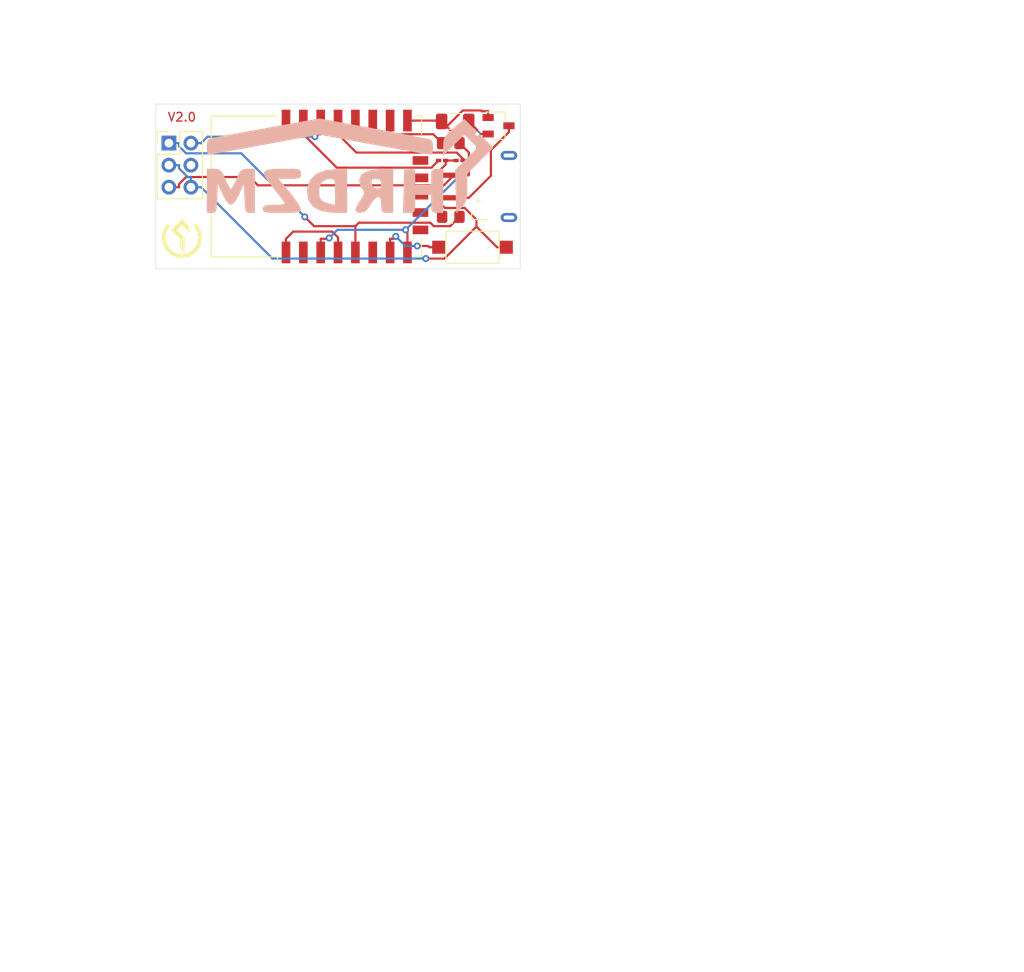
<source format=kicad_pcb>
(kicad_pcb (version 20171130) (host pcbnew "(5.1.9)-1")

  (general
    (thickness 1.6)
    (drawings 10)
    (tracks 115)
    (zones 0)
    (modules 12)
    (nets 24)
  )

  (page A4)
  (layers
    (0 F.Cu signal)
    (31 B.Cu signal)
    (32 B.Adhes user)
    (33 F.Adhes user)
    (34 B.Paste user)
    (35 F.Paste user)
    (36 B.SilkS user)
    (37 F.SilkS user)
    (38 B.Mask user)
    (39 F.Mask user)
    (40 Dwgs.User user)
    (41 Cmts.User user)
    (42 Eco1.User user)
    (43 Eco2.User user)
    (44 Edge.Cuts user)
    (45 Margin user)
    (46 B.CrtYd user)
    (47 F.CrtYd user)
    (48 B.Fab user)
    (49 F.Fab user)
  )

  (setup
    (last_trace_width 0.25)
    (trace_clearance 0.2)
    (zone_clearance 0.508)
    (zone_45_only no)
    (trace_min 0.2)
    (via_size 0.8)
    (via_drill 0.4)
    (via_min_size 0.4)
    (via_min_drill 0.3)
    (uvia_size 0.3)
    (uvia_drill 0.1)
    (uvias_allowed no)
    (uvia_min_size 0.2)
    (uvia_min_drill 0.1)
    (edge_width 0.05)
    (segment_width 0.2)
    (pcb_text_width 0.3)
    (pcb_text_size 1.5 1.5)
    (mod_edge_width 0.12)
    (mod_text_size 1 1)
    (mod_text_width 0.15)
    (pad_size 1.524 1.524)
    (pad_drill 0.762)
    (pad_to_mask_clearance 0)
    (aux_axis_origin 0 0)
    (visible_elements 7FFFFFFF)
    (pcbplotparams
      (layerselection 0x010fc_ffffffff)
      (usegerberextensions false)
      (usegerberattributes true)
      (usegerberadvancedattributes true)
      (creategerberjobfile true)
      (excludeedgelayer true)
      (linewidth 0.100000)
      (plotframeref false)
      (viasonmask false)
      (mode 1)
      (useauxorigin false)
      (hpglpennumber 1)
      (hpglpenspeed 20)
      (hpglpendiameter 15.000000)
      (psnegative false)
      (psa4output false)
      (plotreference true)
      (plotvalue true)
      (plotinvisibletext false)
      (padsonsilk false)
      (subtractmaskfromsilk false)
      (outputformat 1)
      (mirror false)
      (drillshape 1)
      (scaleselection 1)
      (outputdirectory ""))
  )

  (net 0 "")
  (net 1 +3V3)
  (net 2 "Net-(C2-Pad2)")
  (net 3 /GPIO3)
  (net 4 "Net-(J5-Pad1)")
  (net 5 "Net-(J7-Pad5)")
  (net 6 "Net-(J7-Pad4)")
  (net 7 "Net-(J7-Pad2)")
  (net 8 "Net-(J7-Pad1)")
  (net 9 "Net-(R1-Pad1)")
  (net 10 /GPIO4)
  (net 11 "Net-(SW1-Pad1)")
  (net 12 "Net-(U2-Pad1)")
  (net 13 "Net-(U2-Pad2)")
  (net 14 "Net-(U2-Pad6)")
  (net 15 "Net-(U2-Pad9)")
  (net 16 "Net-(U2-Pad10)")
  (net 17 "Net-(U2-Pad11)")
  (net 18 "Net-(U2-Pad12)")
  (net 19 "Net-(U2-Pad13)")
  (net 20 "Net-(U2-Pad14)")
  (net 21 "Net-(U2-Pad17)")
  (net 22 "Net-(U2-Pad18)")
  (net 23 "Net-(U2-Pad22)")

  (net_class Default "This is the default net class."
    (clearance 0.2)
    (trace_width 0.25)
    (via_dia 0.8)
    (via_drill 0.4)
    (uvia_dia 0.3)
    (uvia_drill 0.1)
    (add_net +3V3)
    (add_net /GPIO3)
    (add_net /GPIO4)
    (add_net "Net-(C2-Pad2)")
    (add_net "Net-(J5-Pad1)")
    (add_net "Net-(J7-Pad1)")
    (add_net "Net-(J7-Pad2)")
    (add_net "Net-(J7-Pad4)")
    (add_net "Net-(J7-Pad5)")
    (add_net "Net-(R1-Pad1)")
    (add_net "Net-(SW1-Pad1)")
    (add_net "Net-(U2-Pad1)")
    (add_net "Net-(U2-Pad10)")
    (add_net "Net-(U2-Pad11)")
    (add_net "Net-(U2-Pad12)")
    (add_net "Net-(U2-Pad13)")
    (add_net "Net-(U2-Pad14)")
    (add_net "Net-(U2-Pad17)")
    (add_net "Net-(U2-Pad18)")
    (add_net "Net-(U2-Pad2)")
    (add_net "Net-(U2-Pad22)")
    (add_net "Net-(U2-Pad6)")
    (add_net "Net-(U2-Pad9)")
  )

  (module "SHRDZM:SHRDZM 33x11" (layer B.Cu) (tedit 0) (tstamp 608FA065)
    (at 51 31.5 180)
    (fp_text reference G2 (at 0 0) (layer B.SilkS) hide
      (effects (font (size 1.524 1.524) (thickness 0.3)) (justify mirror))
    )
    (fp_text value LOGO (at 0.75 0) (layer B.SilkS) hide
      (effects (font (size 1.524 1.524) (thickness 0.3)) (justify mirror))
    )
    (fp_poly (pts (xy -11.834091 4.24028) (xy -11.189823 3.659697) (xy -10.826172 3.229197) (xy -10.663573 2.809819)
      (xy -10.622463 2.262601) (xy -10.621818 2.123008) (xy -10.621818 1.054867) (xy -11.839933 2.257851)
      (xy -13.058048 3.460834) (xy -13.801539 2.717343) (xy -14.545029 1.973852) (xy -13.267906 0.683262)
      (xy -11.990782 -0.607328) (xy -12.056755 -3.090599) (xy -12.122727 -5.573871) (xy -12.757727 -4.910209)
      (xy -13.100825 -4.500821) (xy -13.292543 -4.07639) (xy -13.37559 -3.484816) (xy -13.392727 -2.648614)
      (xy -13.392727 -1.05068) (xy -14.893628 0.461811) (xy -16.39453 1.974302) (xy -13.046364 5.289412)
      (xy -11.834091 4.24028)) (layer B.SilkS) (width 0.01))
    (fp_poly (pts (xy -9.484909 -0.498292) (xy -9.287451 -0.695944) (xy -9.237457 -1.187122) (xy -9.236364 -1.385454)
      (xy -9.236364 -2.309091) (xy -7.389091 -2.309091) (xy -7.389091 -1.370117) (xy -7.364956 -0.775193)
      (xy -7.233747 -0.521424) (xy -6.907262 -0.488531) (xy -6.754091 -0.504208) (xy -6.119091 -0.577272)
      (xy -6.053552 -3.059545) (xy -5.988012 -5.541818) (xy -6.688552 -5.541818) (xy -7.119278 -5.512352)
      (xy -7.32328 -5.340367) (xy -7.385084 -4.900487) (xy -7.389091 -4.502727) (xy -7.389091 -3.463636)
      (xy -9.236364 -3.463636) (xy -9.236364 -4.502727) (xy -9.256445 -5.14168) (xy -9.37239 -5.444309)
      (xy -9.667753 -5.535944) (xy -9.929091 -5.541818) (xy -10.621818 -5.541818) (xy -10.621818 -0.461818)
      (xy -9.929091 -0.461818) (xy -9.484909 -0.498292)) (layer B.SilkS) (width 0.01))
    (fp_poly (pts (xy -2.642837 -0.546235) (xy -1.764684 -0.776401) (xy -1.193038 -1.117685) (xy -1.105054 -1.226718)
      (xy -0.93439 -1.882505) (xy -1.127254 -2.569532) (xy -1.290102 -2.793121) (xy -1.491165 -3.07761)
      (xy -1.479224 -3.371679) (xy -1.227204 -3.825884) (xy -1.059193 -4.077178) (xy -0.615248 -4.812785)
      (xy -0.49648 -5.268546) (xy -0.704158 -5.493792) (xy -1.096818 -5.541194) (xy -1.58461 -5.436356)
      (xy -1.972164 -5.051108) (xy -2.193636 -4.67801) (xy -2.572771 -4.120334) (xy -2.957725 -3.777117)
      (xy -3.059545 -3.738066) (xy -3.321578 -3.769813) (xy -3.439795 -4.068632) (xy -3.463636 -4.60125)
      (xy -3.489728 -5.200492) (xy -3.632454 -5.469616) (xy -3.988494 -5.539887) (xy -4.156364 -5.541818)
      (xy -4.849091 -5.541818) (xy -4.849091 -2.209696) (xy -3.463636 -2.209696) (xy -3.388255 -2.642177)
      (xy -3.083953 -2.743785) (xy -2.944091 -2.729241) (xy -2.477274 -2.466292) (xy -2.350758 -2.135909)
      (xy -2.38173 -1.747837) (xy -2.711239 -1.621022) (xy -2.870304 -1.616363) (xy -3.316807 -1.70486)
      (xy -3.459257 -2.062941) (xy -3.463636 -2.209696) (xy -4.849091 -2.209696) (xy -4.849091 -0.461818)
      (xy -3.709578 -0.461818) (xy -2.642837 -0.546235)) (layer B.SilkS) (width 0.01))
    (fp_poly (pts (xy 1.443182 -0.463106) (xy 2.892018 -0.603587) (xy 3.980493 -1.017315) (xy 4.701492 -1.699123)
      (xy 5.0479 -2.64384) (xy 5.08 -3.104872) (xy 4.899507 -4.116709) (xy 4.354574 -4.8559)
      (xy 3.440015 -5.326202) (xy 2.150647 -5.53137) (xy 1.716786 -5.541818) (xy 0.461818 -5.541818)
      (xy 0.461818 -3.121672) (xy 1.847273 -3.121672) (xy 1.847273 -4.62698) (xy 2.482273 -4.475287)
      (xy 3.058327 -4.283473) (xy 3.405909 -4.09625) (xy 3.632366 -3.669201) (xy 3.681523 -3.027147)
      (xy 3.560684 -2.378403) (xy 3.331688 -1.97922) (xy 2.816415 -1.68904) (xy 2.408052 -1.616363)
      (xy 2.106819 -1.64469) (xy 1.938836 -1.799044) (xy 1.865337 -2.183485) (xy 1.847557 -2.902073)
      (xy 1.847273 -3.121672) (xy 0.461818 -3.121672) (xy 0.461818 -0.461818) (xy 1.443182 -0.463106)) (layer B.SilkS) (width 0.01))
    (fp_poly (pts (xy 9.012665 -0.486845) (xy 9.733746 -0.59657) (xy 10.04551 -0.842964) (xy 9.972067 -1.277993)
      (xy 9.537529 -1.953626) (xy 8.915182 -2.740129) (xy 8.337411 -3.461922) (xy 7.892447 -4.04747)
      (xy 7.647299 -4.407237) (xy 7.62 -4.470704) (xy 7.828873 -4.551485) (xy 8.367658 -4.605052)
      (xy 8.89 -4.618181) (xy 9.623931 -4.638226) (xy 10.006267 -4.724894) (xy 10.146455 -4.917981)
      (xy 10.16 -5.08) (xy 10.126875 -5.294643) (xy 9.970391 -5.43011) (xy 9.604881 -5.504437)
      (xy 8.944679 -5.535658) (xy 7.966364 -5.541818) (xy 6.940998 -5.533022) (xy 6.293239 -5.49612)
      (xy 5.93904 -5.415343) (xy 5.794356 -5.274919) (xy 5.772727 -5.130205) (xy 5.913733 -4.773596)
      (xy 6.289794 -4.178026) (xy 6.830471 -3.450873) (xy 7.060215 -3.167477) (xy 8.347703 -1.616363)
      (xy 7.060215 -1.616363) (xy 6.326626 -1.60185) (xy 5.942405 -1.524744) (xy 5.795266 -1.334701)
      (xy 5.772727 -1.039091) (xy 5.789188 -0.766199) (xy 5.897714 -0.596586) (xy 6.18702 -0.505696)
      (xy 6.745821 -0.468969) (xy 7.662833 -0.46185) (xy 7.858156 -0.461818) (xy 9.012665 -0.486845)) (layer B.SilkS) (width 0.01))
    (fp_poly (pts (xy 12.395429 -0.496136) (xy 12.712548 -0.670983) (xy 12.97747 -1.094195) (xy 13.205401 -1.616363)
      (xy 13.499891 -2.25622) (xy 13.747657 -2.675473) (xy 13.854545 -2.770909) (xy 14.029365 -2.576068)
      (xy 14.299208 -2.074721) (xy 14.50369 -1.616363) (xy 14.806606 -0.946186) (xy 15.073805 -0.602406)
      (xy 15.426784 -0.477186) (xy 15.804476 -0.461818) (xy 16.625455 -0.461818) (xy 16.625455 -5.541818)
      (xy 16.058298 -5.541818) (xy 15.764735 -5.515048) (xy 15.589308 -5.368948) (xy 15.494585 -5.004829)
      (xy 15.443132 -4.324002) (xy 15.423298 -3.867727) (xy 15.355455 -2.193636) (xy 14.807474 -3.405909)
      (xy 14.367728 -4.212638) (xy 13.976133 -4.590872) (xy 13.854545 -4.618181) (xy 13.483463 -4.393411)
      (xy 13.058569 -3.732945) (xy 12.901617 -3.405909) (xy 12.353636 -2.193636) (xy 12.285793 -3.867727)
      (xy 12.241738 -4.731043) (xy 12.171965 -5.231377) (xy 12.039041 -5.467418) (xy 11.805533 -5.537853)
      (xy 11.650793 -5.541818) (xy 11.083636 -5.541818) (xy 11.083636 -0.461818) (xy 11.904615 -0.461818)
      (xy 12.395429 -0.496136)) (layer B.SilkS) (width 0.01))
    (fp_poly (pts (xy 9.507674 4.282939) (xy 11.126873 3.989434) (xy 12.624181 3.716941) (xy 13.930633 3.478097)
      (xy 14.977259 3.28554) (xy 15.695094 3.151906) (xy 15.990455 3.095066) (xy 16.406115 2.953097)
      (xy 16.586503 2.656263) (xy 16.625455 2.059835) (xy 16.592207 1.488044) (xy 16.509347 1.174789)
      (xy 16.47846 1.154546) (xy 16.221645 1.194824) (xy 15.57016 1.308525) (xy 14.583428 1.484945)
      (xy 13.320871 1.713382) (xy 11.84191 1.983134) (xy 10.205968 2.283497) (xy 10.013005 2.319048)
      (xy 3.694545 3.483549) (xy -2.623915 2.319048) (xy -4.281064 2.015312) (xy -5.79457 1.741111)
      (xy -7.10359 1.507211) (xy -8.14728 1.324378) (xy -8.864797 1.203378) (xy -9.1953 1.154978)
      (xy -9.204824 1.154546) (xy -9.380197 1.357546) (xy -9.465563 1.857732) (xy -9.467273 1.9491)
      (xy -9.410457 2.521007) (xy -9.271728 2.861281) (xy -9.252347 2.876486) (xy -8.977171 2.951304)
      (xy -8.307694 3.096173) (xy -7.304101 3.299185) (xy -6.026578 3.548434) (xy -4.535311 3.83201)
      (xy -2.890485 4.138006) (xy -2.688764 4.175094) (xy 3.659894 5.34087) (xy 9.507674 4.282939)) (layer B.SilkS) (width 0.01))
  )

  (module "SHRDZM:SHRDZM Symbol 5x5" (layer F.Cu) (tedit 0) (tstamp 608F9F5C)
    (at 31.5 40)
    (fp_text reference G1 (at 0 0) (layer F.SilkS) hide
      (effects (font (size 1.524 1.524) (thickness 0.3)))
    )
    (fp_text value LOGO (at 0.75 0) (layer F.SilkS) hide
      (effects (font (size 1.524 1.524) (thickness 0.3)))
    )
    (fp_poly (pts (xy -1.506686 -1.625883) (xy -1.503334 -1.622852) (xy -1.398724 -1.505223) (xy -1.412956 -1.400282)
      (xy -1.469728 -1.316374) (xy -1.75387 -0.815712) (xy -1.886962 -0.30033) (xy -1.870112 0.211618)
      (xy -1.704429 0.701978) (xy -1.391021 1.152595) (xy -1.314082 1.233002) (xy -0.864498 1.5863)
      (xy -0.389162 1.785985) (xy 0.097619 1.832058) (xy 0.581538 1.724518) (xy 1.048286 1.463366)
      (xy 1.314081 1.233002) (xy 1.655709 0.792086) (xy 1.849824 0.307945) (xy 1.895319 -0.201268)
      (xy 1.791085 -0.717399) (xy 1.536013 -1.222293) (xy 1.469727 -1.316374) (xy 1.392661 -1.44994)
      (xy 1.429417 -1.550408) (xy 1.503333 -1.622852) (xy 1.595643 -1.694892) (xy 1.669653 -1.693628)
      (xy 1.758787 -1.598696) (xy 1.896469 -1.389728) (xy 1.903109 -1.379261) (xy 2.154504 -0.894106)
      (xy 2.275576 -0.412973) (xy 2.281585 0.121397) (xy 2.159228 0.698) (xy 1.896881 1.216996)
      (xy 1.509151 1.656847) (xy 1.010647 1.996013) (xy 1.009923 1.996385) (xy 0.657971 2.119791)
      (xy 0.226438 2.189529) (xy -0.218985 2.201228) (xy -0.612607 2.150515) (xy -0.738348 2.112708)
      (xy -1.277564 1.834626) (xy -1.717995 1.449179) (xy -2.044617 0.977102) (xy -2.242407 0.439127)
      (xy -2.297949 -0.039688) (xy -2.260217 -0.53047) (xy -2.125067 -0.969971) (xy -1.902146 -1.380781)
      (xy -1.762284 -1.59393) (xy -1.672115 -1.692258) (xy -1.598096 -1.696122) (xy -1.506686 -1.625883)) (layer F.SilkS) (width 0.01))
    (fp_poly (pts (xy 0.436196 -1.825987) (xy 0.66022 -1.596669) (xy 0.791224 -1.429677) (xy 0.853769 -1.280676)
      (xy 0.872417 -1.105331) (xy 0.873125 -1.037298) (xy 0.873125 -0.680111) (xy 0.43736 -1.110462)
      (xy 0.001596 -1.540814) (xy -0.278011 -1.269809) (xy -0.557617 -0.998804) (xy 0.322975 -0.108926)
      (xy 0.300394 0.784464) (xy 0.277812 1.677854) (xy 0.059531 1.44974) (xy -0.057965 1.309741)
      (xy -0.123848 1.16476) (xy -0.15261 0.9629) (xy -0.15875 0.668051) (xy -0.15875 0.114476)
      (xy -0.674688 -0.396875) (xy -0.902046 -0.630826) (xy -1.078259 -0.828545) (xy -1.177694 -0.960471)
      (xy -1.190625 -0.991882) (xy -1.137382 -1.079261) (xy -0.993484 -1.249778) (xy -0.782674 -1.476507)
      (xy -0.595679 -1.666512) (xy -0.000732 -2.257487) (xy 0.436196 -1.825987)) (layer F.SilkS) (width 0.01))
  )

  (module Connector_PinHeader_2.54mm:PinHeader_2x03_P2.54mm_Vertical (layer F.Cu) (tedit 59FED5CC) (tstamp 608F1D65)
    (at 30 29)
    (descr "Through hole straight pin header, 2x03, 2.54mm pitch, double rows")
    (tags "Through hole pin header THT 2x03 2.54mm double row")
    (path /6072674D)
    (fp_text reference J7 (at 1.27 -2.33) (layer F.SilkS) hide
      (effects (font (size 1 1) (thickness 0.15)))
    )
    (fp_text value RJ12 (at 1.27 7.41) (layer F.Fab)
      (effects (font (size 1 1) (thickness 0.15)))
    )
    (fp_text user %R (at 1.27 2.54 90) (layer F.Fab)
      (effects (font (size 1 1) (thickness 0.15)))
    )
    (fp_line (start 0 -1.27) (end 3.81 -1.27) (layer F.Fab) (width 0.1))
    (fp_line (start 3.81 -1.27) (end 3.81 6.35) (layer F.Fab) (width 0.1))
    (fp_line (start 3.81 6.35) (end -1.27 6.35) (layer F.Fab) (width 0.1))
    (fp_line (start -1.27 6.35) (end -1.27 0) (layer F.Fab) (width 0.1))
    (fp_line (start -1.27 0) (end 0 -1.27) (layer F.Fab) (width 0.1))
    (fp_line (start -1.33 6.41) (end 3.87 6.41) (layer F.SilkS) (width 0.12))
    (fp_line (start -1.33 1.27) (end -1.33 6.41) (layer F.SilkS) (width 0.12))
    (fp_line (start 3.87 -1.33) (end 3.87 6.41) (layer F.SilkS) (width 0.12))
    (fp_line (start -1.33 1.27) (end 1.27 1.27) (layer F.SilkS) (width 0.12))
    (fp_line (start 1.27 1.27) (end 1.27 -1.33) (layer F.SilkS) (width 0.12))
    (fp_line (start 1.27 -1.33) (end 3.87 -1.33) (layer F.SilkS) (width 0.12))
    (fp_line (start -1.33 0) (end -1.33 -1.33) (layer F.SilkS) (width 0.12))
    (fp_line (start -1.33 -1.33) (end 0 -1.33) (layer F.SilkS) (width 0.12))
    (fp_line (start -1.8 -1.8) (end -1.8 6.85) (layer F.CrtYd) (width 0.05))
    (fp_line (start -1.8 6.85) (end 4.35 6.85) (layer F.CrtYd) (width 0.05))
    (fp_line (start 4.35 6.85) (end 4.35 -1.8) (layer F.CrtYd) (width 0.05))
    (fp_line (start 4.35 -1.8) (end -1.8 -1.8) (layer F.CrtYd) (width 0.05))
    (pad 6 thru_hole oval (at 2.54 5.08) (size 1.7 1.7) (drill 1) (layers *.Cu *.Mask)
      (net 2 "Net-(C2-Pad2)"))
    (pad 5 thru_hole oval (at 0 5.08) (size 1.7 1.7) (drill 1) (layers *.Cu *.Mask)
      (net 5 "Net-(J7-Pad5)"))
    (pad 4 thru_hole oval (at 2.54 2.54) (size 1.7 1.7) (drill 1) (layers *.Cu *.Mask)
      (net 6 "Net-(J7-Pad4)"))
    (pad 3 thru_hole oval (at 0 2.54) (size 1.7 1.7) (drill 1) (layers *.Cu *.Mask)
      (net 2 "Net-(C2-Pad2)"))
    (pad 2 thru_hole oval (at 2.54 0) (size 1.7 1.7) (drill 1) (layers *.Cu *.Mask)
      (net 7 "Net-(J7-Pad2)"))
    (pad 1 thru_hole rect (at 0 0) (size 1.7 1.7) (drill 1) (layers *.Cu *.Mask)
      (net 8 "Net-(J7-Pad1)"))
    (model ${KISYS3DMOD}/Connector_PinHeader_2.54mm.3dshapes/PinHeader_2x03_P2.54mm_Vertical.wrl
      (at (xyz 0 0 0))
      (scale (xyz 1 1 1))
      (rotate (xyz 0 0 0))
    )
  )

  (module Capacitor_SMD:C_1206_3216Metric_Pad1.33x1.80mm_HandSolder (layer F.Cu) (tedit 5F68FEEF) (tstamp 608F1D2C)
    (at 63 26.5 180)
    (descr "Capacitor SMD 1206 (3216 Metric), square (rectangular) end terminal, IPC_7351 nominal with elongated pad for handsoldering. (Body size source: IPC-SM-782 page 76, https://www.pcb-3d.com/wordpress/wp-content/uploads/ipc-sm-782a_amendment_1_and_2.pdf), generated with kicad-footprint-generator")
    (tags "capacitor handsolder")
    (path /606A2AB1)
    (attr smd)
    (fp_text reference C2 (at 0 -1.85) (layer F.SilkS) hide
      (effects (font (size 1 1) (thickness 0.15)))
    )
    (fp_text value 100nF (at 0 1.85) (layer F.Fab) hide
      (effects (font (size 1 1) (thickness 0.15)))
    )
    (fp_line (start 2.48 1.15) (end -2.48 1.15) (layer F.CrtYd) (width 0.05))
    (fp_line (start 2.48 -1.15) (end 2.48 1.15) (layer F.CrtYd) (width 0.05))
    (fp_line (start -2.48 -1.15) (end 2.48 -1.15) (layer F.CrtYd) (width 0.05))
    (fp_line (start -2.48 1.15) (end -2.48 -1.15) (layer F.CrtYd) (width 0.05))
    (fp_line (start -0.711252 0.91) (end 0.711252 0.91) (layer F.SilkS) (width 0.12))
    (fp_line (start -0.711252 -0.91) (end 0.711252 -0.91) (layer F.SilkS) (width 0.12))
    (fp_line (start 1.6 0.8) (end -1.6 0.8) (layer F.Fab) (width 0.1))
    (fp_line (start 1.6 -0.8) (end 1.6 0.8) (layer F.Fab) (width 0.1))
    (fp_line (start -1.6 -0.8) (end 1.6 -0.8) (layer F.Fab) (width 0.1))
    (fp_line (start -1.6 0.8) (end -1.6 -0.8) (layer F.Fab) (width 0.1))
    (fp_text user %R (at 0 0) (layer F.Fab)
      (effects (font (size 0.8 0.8) (thickness 0.12)))
    )
    (pad 1 smd roundrect (at -1.5625 0 180) (size 1.325 1.8) (layers F.Cu F.Paste F.Mask) (roundrect_rratio 0.188679)
      (net 1 +3V3))
    (pad 2 smd roundrect (at 1.5625 0 180) (size 1.325 1.8) (layers F.Cu F.Paste F.Mask) (roundrect_rratio 0.188679)
      (net 2 "Net-(C2-Pad2)"))
    (model ${KISYS3DMOD}/Capacitor_SMD.3dshapes/C_1206_3216Metric.wrl
      (at (xyz 0 0 0))
      (scale (xyz 1 1 1))
      (rotate (xyz 0 0 0))
    )
  )

  (module SHRDZM:USB_Micro-B_Power (layer F.Cu) (tedit 6055B067) (tstamp 608F1D4B)
    (at 68 34 90)
    (tags "Micro-USB Power")
    (path /606C9F07)
    (attr smd)
    (fp_text reference J5 (at 0.05 -7.3 90) (layer F.SilkS) hide
      (effects (font (size 1 1) (thickness 0.15)))
    )
    (fp_text value USB_B_Micro_Power (at 0 5.2 90) (layer F.Fab)
      (effects (font (size 1 1) (thickness 0.15)))
    )
    (fp_line (start -4.6 4.45) (end 4.6 4.45) (layer F.CrtYd) (width 0.05))
    (fp_line (start 4.6 -2.65) (end 4.6 4.45) (layer F.CrtYd) (width 0.05))
    (fp_line (start -4.6 -2.65) (end 4.6 -2.65) (layer F.CrtYd) (width 0.05))
    (fp_line (start -4.6 4.45) (end -4.6 -2.65) (layer F.CrtYd) (width 0.05))
    (fp_line (start -3.7 -3.1) (end -3.04 -3.1) (layer F.SilkS) (width 0.12))
    (fp_line (start -3.81 -1.37) (end -3.81 -3.1) (layer F.SilkS) (width 0.12))
    (fp_line (start 3.81 2.59) (end 3.81 2.38) (layer F.SilkS) (width 0.12))
    (fp_line (start 3.7 3.95) (end 3.7 -1.6) (layer F.Fab) (width 0.1))
    (fp_line (start -3 2.65) (end 3 2.65) (layer F.Fab) (width 0.1))
    (fp_line (start -3.7 3.95) (end 3.7 3.95) (layer F.Fab) (width 0.1))
    (fp_line (start -3.7 -1.6) (end 3.7 -1.6) (layer F.Fab) (width 0.1))
    (fp_line (start -3.7 3.95) (end -3.7 -1.6) (layer F.Fab) (width 0.1))
    (fp_line (start -3.81 2.59) (end -3.81 2.38) (layer F.SilkS) (width 0.12))
    (fp_line (start 3.81 -1.37) (end 3.81 -3.1) (layer F.SilkS) (width 0.12))
    (fp_line (start 3.775 -3.1) (end 3.125 -3.1) (layer F.SilkS) (width 0.12))
    (fp_line (start -1.76 -2.41) (end -1.31 -2.41) (layer F.SilkS) (width 0.12))
    (fp_line (start -1.76 -2.41) (end -1.76 -2.02) (layer F.SilkS) (width 0.12))
    (fp_line (start -1.3 -1.75) (end -1.5 -1.95) (layer F.Fab) (width 0.1))
    (fp_line (start -1.1 -1.95) (end -1.3 -1.75) (layer F.Fab) (width 0.1))
    (fp_line (start -1.5 -2.16) (end -1.1 -2.16) (layer F.Fab) (width 0.1))
    (fp_line (start -1.5 -2.16) (end -1.5 -1.95) (layer F.Fab) (width 0.1))
    (fp_line (start -1.1 -2.16) (end -1.1 -1.95) (layer F.Fab) (width 0.1))
    (fp_text user %R (at 0 0.85 90) (layer F.Fab)
      (effects (font (size 1 1) (thickness 0.15)))
    )
    (pad "" thru_hole oval (at 3.575 1.2 90) (size 1.05 1.9) (drill oval 0.45 1.25) (layers *.Cu *.Mask))
    (pad "" thru_hole oval (at -3.575 1.2 270) (size 1.05 1.9) (drill oval 0.45 1.25) (layers *.Cu *.Mask))
    (pad 5 smd rect (at 1.3 -5.15 90) (size 0.6 2.8) (layers F.Cu F.Paste F.Mask)
      (net 2 "Net-(C2-Pad2)"))
    (pad 1 smd rect (at -1.3 -5.15 90) (size 0.6 2.8) (layers F.Cu F.Paste F.Mask)
      (net 4 "Net-(J5-Pad1)"))
    (model C:/Users/Erich/Nextcloud/Diverses/KiCAD/model/USB_Micro-B_Power.wrl
      (at (xyz 0 0 0))
      (scale (xyz 1 1 1))
      (rotate (xyz 0 0 0))
    )
  )

  (module Resistor_SMD:R_0201_0603Metric_Pad0.64x0.40mm_HandSolder (layer F.Cu) (tedit 5F6BB9E0) (tstamp 608F1D76)
    (at 61.5 31 180)
    (descr "Resistor SMD 0201 (0603 Metric), square (rectangular) end terminal, IPC_7351 nominal with elongated pad for handsoldering. (Body size source: https://www.vishay.com/docs/20052/crcw0201e3.pdf), generated with kicad-footprint-generator")
    (tags "resistor handsolder")
    (path /606C9BA3)
    (attr smd)
    (fp_text reference P3 (at 0 -1.05) (layer F.SilkS) hide
      (effects (font (size 1 1) (thickness 0.15)))
    )
    (fp_text value 0R (at 0 1.05) (layer F.Fab)
      (effects (font (size 1 1) (thickness 0.15)))
    )
    (fp_line (start 0.88 0.35) (end -0.88 0.35) (layer F.CrtYd) (width 0.05))
    (fp_line (start 0.88 -0.35) (end 0.88 0.35) (layer F.CrtYd) (width 0.05))
    (fp_line (start -0.88 -0.35) (end 0.88 -0.35) (layer F.CrtYd) (width 0.05))
    (fp_line (start -0.88 0.35) (end -0.88 -0.35) (layer F.CrtYd) (width 0.05))
    (fp_line (start 0.3 0.15) (end -0.3 0.15) (layer F.Fab) (width 0.1))
    (fp_line (start 0.3 -0.15) (end 0.3 0.15) (layer F.Fab) (width 0.1))
    (fp_line (start -0.3 -0.15) (end 0.3 -0.15) (layer F.Fab) (width 0.1))
    (fp_line (start -0.3 0.15) (end -0.3 -0.15) (layer F.Fab) (width 0.1))
    (fp_text user %R (at 0 -0.68) (layer F.Fab)
      (effects (font (size 0.25 0.25) (thickness 0.04)))
    )
    (pad "" smd roundrect (at -0.4325 0 180) (size 0.458 0.36) (layers F.Paste) (roundrect_rratio 0.25))
    (pad "" smd roundrect (at 0.4325 0 180) (size 0.458 0.36) (layers F.Paste) (roundrect_rratio 0.25))
    (pad 1 smd roundrect (at -0.4075 0 180) (size 0.635 0.4) (layers F.Cu F.Mask) (roundrect_rratio 0.25)
      (net 5 "Net-(J7-Pad5)"))
    (pad 2 smd roundrect (at 0.4075 0 180) (size 0.635 0.4) (layers F.Cu F.Mask) (roundrect_rratio 0.25)
      (net 3 /GPIO3))
    (model ${KISYS3DMOD}/Resistor_SMD.3dshapes/R_0201_0603Metric.wrl
      (at (xyz 0 0 0))
      (scale (xyz 1 1 1))
      (rotate (xyz 0 0 0))
    )
  )

  (module Resistor_SMD:R_0201_0603Metric_Pad0.64x0.40mm_HandSolder (layer F.Cu) (tedit 5F6BB9E0) (tstamp 608F1D87)
    (at 63.5 31)
    (descr "Resistor SMD 0201 (0603 Metric), square (rectangular) end terminal, IPC_7351 nominal with elongated pad for handsoldering. (Body size source: https://www.vishay.com/docs/20052/crcw0201e3.pdf), generated with kicad-footprint-generator")
    (tags "resistor handsolder")
    (path /60715416)
    (attr smd)
    (fp_text reference P4 (at 0 -1.05) (layer F.SilkS) hide
      (effects (font (size 1 1) (thickness 0.15)))
    )
    (fp_text value 0R (at 0 1.05) (layer F.Fab)
      (effects (font (size 1 1) (thickness 0.15)))
    )
    (fp_text user %R (at 0 -0.68) (layer F.Fab)
      (effects (font (size 0.25 0.25) (thickness 0.04)))
    )
    (fp_line (start -0.3 0.15) (end -0.3 -0.15) (layer F.Fab) (width 0.1))
    (fp_line (start -0.3 -0.15) (end 0.3 -0.15) (layer F.Fab) (width 0.1))
    (fp_line (start 0.3 -0.15) (end 0.3 0.15) (layer F.Fab) (width 0.1))
    (fp_line (start 0.3 0.15) (end -0.3 0.15) (layer F.Fab) (width 0.1))
    (fp_line (start -0.88 0.35) (end -0.88 -0.35) (layer F.CrtYd) (width 0.05))
    (fp_line (start -0.88 -0.35) (end 0.88 -0.35) (layer F.CrtYd) (width 0.05))
    (fp_line (start 0.88 -0.35) (end 0.88 0.35) (layer F.CrtYd) (width 0.05))
    (fp_line (start 0.88 0.35) (end -0.88 0.35) (layer F.CrtYd) (width 0.05))
    (pad 2 smd roundrect (at 0.4075 0) (size 0.635 0.4) (layers F.Cu F.Mask) (roundrect_rratio 0.25)
      (net 10 /GPIO4))
    (pad 1 smd roundrect (at -0.4075 0) (size 0.635 0.4) (layers F.Cu F.Mask) (roundrect_rratio 0.25)
      (net 5 "Net-(J7-Pad5)"))
    (pad "" smd roundrect (at 0.4325 0) (size 0.458 0.36) (layers F.Paste) (roundrect_rratio 0.25))
    (pad "" smd roundrect (at -0.4325 0) (size 0.458 0.36) (layers F.Paste) (roundrect_rratio 0.25))
    (model ${KISYS3DMOD}/Resistor_SMD.3dshapes/R_0201_0603Metric.wrl
      (at (xyz 0 0 0))
      (scale (xyz 1 1 1))
      (rotate (xyz 0 0 0))
    )
  )

  (module Resistor_SMD:R_0805_2012Metric_Pad1.20x1.40mm_HandSolder (layer F.Cu) (tedit 5F68FEEE) (tstamp 608F1D98)
    (at 62.5 29)
    (descr "Resistor SMD 0805 (2012 Metric), square (rectangular) end terminal, IPC_7351 nominal with elongated pad for handsoldering. (Body size source: IPC-SM-782 page 72, https://www.pcb-3d.com/wordpress/wp-content/uploads/ipc-sm-782a_amendment_1_and_2.pdf), generated with kicad-footprint-generator")
    (tags "resistor handsolder")
    (path /606E8C66)
    (attr smd)
    (fp_text reference R1 (at 0 -1.65) (layer F.SilkS) hide
      (effects (font (size 1 1) (thickness 0.15)))
    )
    (fp_text value 10k (at 0 1.65) (layer F.Fab)
      (effects (font (size 1 1) (thickness 0.15)))
    )
    (fp_text user %R (at 0 0) (layer F.Fab)
      (effects (font (size 0.5 0.5) (thickness 0.08)))
    )
    (fp_line (start -1 0.625) (end -1 -0.625) (layer F.Fab) (width 0.1))
    (fp_line (start -1 -0.625) (end 1 -0.625) (layer F.Fab) (width 0.1))
    (fp_line (start 1 -0.625) (end 1 0.625) (layer F.Fab) (width 0.1))
    (fp_line (start 1 0.625) (end -1 0.625) (layer F.Fab) (width 0.1))
    (fp_line (start -0.227064 -0.735) (end 0.227064 -0.735) (layer F.SilkS) (width 0.12))
    (fp_line (start -0.227064 0.735) (end 0.227064 0.735) (layer F.SilkS) (width 0.12))
    (fp_line (start -1.85 0.95) (end -1.85 -0.95) (layer F.CrtYd) (width 0.05))
    (fp_line (start -1.85 -0.95) (end 1.85 -0.95) (layer F.CrtYd) (width 0.05))
    (fp_line (start 1.85 -0.95) (end 1.85 0.95) (layer F.CrtYd) (width 0.05))
    (fp_line (start 1.85 0.95) (end -1.85 0.95) (layer F.CrtYd) (width 0.05))
    (pad 2 smd roundrect (at 1 0) (size 1.2 1.4) (layers F.Cu F.Paste F.Mask) (roundrect_rratio 0.208333)
      (net 2 "Net-(C2-Pad2)"))
    (pad 1 smd roundrect (at -1 0) (size 1.2 1.4) (layers F.Cu F.Paste F.Mask) (roundrect_rratio 0.208333)
      (net 9 "Net-(R1-Pad1)"))
    (model ${KISYS3DMOD}/Resistor_SMD.3dshapes/R_0805_2012Metric.wrl
      (at (xyz 0 0 0))
      (scale (xyz 1 1 1))
      (rotate (xyz 0 0 0))
    )
  )

  (module Resistor_SMD:R_0805_2012Metric_Pad1.20x1.40mm_HandSolder (layer F.Cu) (tedit 5F68FEEE) (tstamp 608F1DA9)
    (at 62.5 37.5 180)
    (descr "Resistor SMD 0805 (2012 Metric), square (rectangular) end terminal, IPC_7351 nominal with elongated pad for handsoldering. (Body size source: IPC-SM-782 page 72, https://www.pcb-3d.com/wordpress/wp-content/uploads/ipc-sm-782a_amendment_1_and_2.pdf), generated with kicad-footprint-generator")
    (tags "resistor handsolder")
    (path /606AFBFE)
    (attr smd)
    (fp_text reference R5 (at 0 -1.65) (layer F.SilkS) hide
      (effects (font (size 1 1) (thickness 0.15)))
    )
    (fp_text value 10k (at 0 1.65) (layer F.Fab) hide
      (effects (font (size 1 1) (thickness 0.15)))
    )
    (fp_line (start 1.85 0.95) (end -1.85 0.95) (layer F.CrtYd) (width 0.05))
    (fp_line (start 1.85 -0.95) (end 1.85 0.95) (layer F.CrtYd) (width 0.05))
    (fp_line (start -1.85 -0.95) (end 1.85 -0.95) (layer F.CrtYd) (width 0.05))
    (fp_line (start -1.85 0.95) (end -1.85 -0.95) (layer F.CrtYd) (width 0.05))
    (fp_line (start -0.227064 0.735) (end 0.227064 0.735) (layer F.SilkS) (width 0.12))
    (fp_line (start -0.227064 -0.735) (end 0.227064 -0.735) (layer F.SilkS) (width 0.12))
    (fp_line (start 1 0.625) (end -1 0.625) (layer F.Fab) (width 0.1))
    (fp_line (start 1 -0.625) (end 1 0.625) (layer F.Fab) (width 0.1))
    (fp_line (start -1 -0.625) (end 1 -0.625) (layer F.Fab) (width 0.1))
    (fp_line (start -1 0.625) (end -1 -0.625) (layer F.Fab) (width 0.1))
    (fp_text user %R (at 0 0) (layer F.Fab)
      (effects (font (size 0.5 0.5) (thickness 0.08)))
    )
    (pad 1 smd roundrect (at -1 0 180) (size 1.2 1.4) (layers F.Cu F.Paste F.Mask) (roundrect_rratio 0.208333)
      (net 8 "Net-(J7-Pad1)"))
    (pad 2 smd roundrect (at 1 0 180) (size 1.2 1.4) (layers F.Cu F.Paste F.Mask) (roundrect_rratio 0.208333)
      (net 5 "Net-(J7-Pad5)"))
    (model ${KISYS3DMOD}/Resistor_SMD.3dshapes/R_0805_2012Metric.wrl
      (at (xyz 0 0 0))
      (scale (xyz 1 1 1))
      (rotate (xyz 0 0 0))
    )
  )

  (module Button_Switch_SMD:SW_SPST_CK_RS282G05A3 (layer F.Cu) (tedit 5A7A67D2) (tstamp 608F1DC4)
    (at 65 41)
    (descr https://www.mouser.com/ds/2/60/RS-282G05A-SM_RT-1159762.pdf)
    (tags "SPST button tactile switch")
    (path /606B9AF3)
    (attr smd)
    (fp_text reference SW1 (at 0 -2.6) (layer F.SilkS) hide
      (effects (font (size 1 1) (thickness 0.15)))
    )
    (fp_text value Pairing (at 0 3) (layer F.Fab) hide
      (effects (font (size 1 1) (thickness 0.15)))
    )
    (fp_line (start 3 -1.8) (end 3 1.8) (layer F.Fab) (width 0.1))
    (fp_line (start -3 -1.8) (end -3 1.8) (layer F.Fab) (width 0.1))
    (fp_line (start -3 -1.8) (end 3 -1.8) (layer F.Fab) (width 0.1))
    (fp_line (start -3 1.8) (end 3 1.8) (layer F.Fab) (width 0.1))
    (fp_line (start -1.5 -0.8) (end -1.5 0.8) (layer F.Fab) (width 0.1))
    (fp_line (start 1.5 -0.8) (end 1.5 0.8) (layer F.Fab) (width 0.1))
    (fp_line (start -1.5 -0.8) (end 1.5 -0.8) (layer F.Fab) (width 0.1))
    (fp_line (start -1.5 0.8) (end 1.5 0.8) (layer F.Fab) (width 0.1))
    (fp_line (start -3.06 1.85) (end -3.06 -1.85) (layer F.SilkS) (width 0.12))
    (fp_line (start 3.06 1.85) (end -3.06 1.85) (layer F.SilkS) (width 0.12))
    (fp_line (start 3.06 -1.85) (end 3.06 1.85) (layer F.SilkS) (width 0.12))
    (fp_line (start -3.06 -1.85) (end 3.06 -1.85) (layer F.SilkS) (width 0.12))
    (fp_line (start -1.75 1) (end -1.75 -1) (layer F.Fab) (width 0.1))
    (fp_line (start 1.75 1) (end -1.75 1) (layer F.Fab) (width 0.1))
    (fp_line (start 1.75 -1) (end 1.75 1) (layer F.Fab) (width 0.1))
    (fp_line (start -1.75 -1) (end 1.75 -1) (layer F.Fab) (width 0.1))
    (fp_line (start -4.9 -2.05) (end 4.9 -2.05) (layer F.CrtYd) (width 0.05))
    (fp_line (start 4.9 -2.05) (end 4.9 2.05) (layer F.CrtYd) (width 0.05))
    (fp_line (start 4.9 2.05) (end -4.9 2.05) (layer F.CrtYd) (width 0.05))
    (fp_line (start -4.9 2.05) (end -4.9 -2.05) (layer F.CrtYd) (width 0.05))
    (fp_text user %R (at 0 -2.6) (layer F.Fab) hide
      (effects (font (size 1 1) (thickness 0.15)))
    )
    (pad 1 smd rect (at -3.9 0) (size 1.5 1.5) (layers F.Cu F.Paste F.Mask)
      (net 11 "Net-(SW1-Pad1)"))
    (pad 2 smd rect (at 3.9 0) (size 1.5 1.5) (layers F.Cu F.Paste F.Mask)
      (net 2 "Net-(C2-Pad2)"))
    (model ${KISYS3DMOD}/Button_Switch_SMD.3dshapes/SW_SPST_CK_RS282G05A3.wrl
      (at (xyz 0 0 0))
      (scale (xyz 1 1 1))
      (rotate (xyz 0 0 0))
    )
  )

  (module ErichCollection:SOT-23_Handsoldering (layer F.Cu) (tedit 6069DCAE) (tstamp 608F1DD9)
    (at 68 27)
    (descr "SOT-23, Standard")
    (tags SOT-23)
    (path /6069E07A)
    (attr smd)
    (fp_text reference U1 (at 0 -2.5) (layer F.SilkS) hide
      (effects (font (size 1 1) (thickness 0.15)))
    )
    (fp_text value MCP1700-3302E_SOT23 (at 0 2.5) (layer F.Fab)
      (effects (font (size 1 1) (thickness 0.15)))
    )
    (fp_line (start -0.7 -0.95) (end -0.7 1.5) (layer F.Fab) (width 0.1))
    (fp_line (start -0.15 -1.52) (end 0.7 -1.52) (layer F.Fab) (width 0.1))
    (fp_line (start -0.7 -0.95) (end -0.15 -1.52) (layer F.Fab) (width 0.1))
    (fp_line (start 0.7 -1.52) (end 0.7 1.52) (layer F.Fab) (width 0.1))
    (fp_line (start -0.7 1.52) (end 0.7 1.52) (layer F.Fab) (width 0.1))
    (fp_line (start 0.76 1.58) (end 0.76 0.65) (layer F.SilkS) (width 0.12))
    (fp_line (start 0.76 -1.58) (end 0.76 -0.65) (layer F.SilkS) (width 0.12))
    (fp_line (start -1.7 -1.75) (end 1.7 -1.75) (layer F.CrtYd) (width 0.05))
    (fp_line (start 1.7 -1.75) (end 1.7 1.75) (layer F.CrtYd) (width 0.05))
    (fp_line (start 1.7 1.75) (end -1.7 1.75) (layer F.CrtYd) (width 0.05))
    (fp_line (start -1.7 1.75) (end -1.7 -1.75) (layer F.CrtYd) (width 0.05))
    (fp_line (start 0.76 -1.58) (end -1.4 -1.58) (layer F.SilkS) (width 0.12))
    (fp_line (start 0.76 1.58) (end -0.7 1.58) (layer F.SilkS) (width 0.12))
    (fp_text user %R (at 0 0 90) (layer F.Fab)
      (effects (font (size 0.5 0.5) (thickness 0.075)))
    )
    (pad 1 smd rect (at -1.2 -0.95) (size 1.3 0.8) (layers F.Cu F.Paste F.Mask)
      (net 2 "Net-(C2-Pad2)"))
    (pad 2 smd rect (at -1.2 0.95) (size 1.3 0.8) (layers F.Cu F.Paste F.Mask)
      (net 1 +3V3))
    (pad 3 smd rect (at 1.2 0) (size 1.3 0.8) (layers F.Cu F.Paste F.Mask)
      (net 4 "Net-(J5-Pad1)"))
    (model ${KISYS3DMOD}/Package_TO_SOT_SMD.3dshapes/SOT-23.wrl
      (at (xyz 0 0 0))
      (scale (xyz 1 1 1))
      (rotate (xyz 0 0 0))
    )
  )

  (module RF_Module:ESP-12E (layer F.Cu) (tedit 5A030172) (tstamp 608F1E14)
    (at 47 34 90)
    (descr "Wi-Fi Module, http://wiki.ai-thinker.com/_media/esp8266/docs/aithinker_esp_12f_datasheet_en.pdf")
    (tags "Wi-Fi Module")
    (path /606A5922)
    (attr smd)
    (fp_text reference U2 (at -10.56 -5.26 90) (layer F.SilkS) hide
      (effects (font (size 1 1) (thickness 0.15)))
    )
    (fp_text value ESP-12F (at -0.06 -12.78 90) (layer F.Fab)
      (effects (font (size 1 1) (thickness 0.15)))
    )
    (fp_line (start 5.56 -4.8) (end 8.12 -7.36) (layer Dwgs.User) (width 0.12))
    (fp_line (start 2.56 -4.8) (end 8.12 -10.36) (layer Dwgs.User) (width 0.12))
    (fp_line (start -0.44 -4.8) (end 6.88 -12.12) (layer Dwgs.User) (width 0.12))
    (fp_line (start -3.44 -4.8) (end 3.88 -12.12) (layer Dwgs.User) (width 0.12))
    (fp_line (start -6.44 -4.8) (end 0.88 -12.12) (layer Dwgs.User) (width 0.12))
    (fp_line (start -8.12 -6.12) (end -2.12 -12.12) (layer Dwgs.User) (width 0.12))
    (fp_line (start -8.12 -9.12) (end -5.12 -12.12) (layer Dwgs.User) (width 0.12))
    (fp_line (start -8.12 -4.8) (end -8.12 -12.12) (layer Dwgs.User) (width 0.12))
    (fp_line (start 8.12 -4.8) (end -8.12 -4.8) (layer Dwgs.User) (width 0.12))
    (fp_line (start 8.12 -12.12) (end 8.12 -4.8) (layer Dwgs.User) (width 0.12))
    (fp_line (start -8.12 -12.12) (end 8.12 -12.12) (layer Dwgs.User) (width 0.12))
    (fp_line (start -8.12 -4.5) (end -8.73 -4.5) (layer F.SilkS) (width 0.12))
    (fp_line (start -8.12 -4.5) (end -8.12 -12.12) (layer F.SilkS) (width 0.12))
    (fp_line (start -8.12 12.12) (end -8.12 11.5) (layer F.SilkS) (width 0.12))
    (fp_line (start -6 12.12) (end -8.12 12.12) (layer F.SilkS) (width 0.12))
    (fp_line (start 8.12 12.12) (end 6 12.12) (layer F.SilkS) (width 0.12))
    (fp_line (start 8.12 11.5) (end 8.12 12.12) (layer F.SilkS) (width 0.12))
    (fp_line (start 8.12 -12.12) (end 8.12 -4.5) (layer F.SilkS) (width 0.12))
    (fp_line (start -8.12 -12.12) (end 8.12 -12.12) (layer F.SilkS) (width 0.12))
    (fp_line (start -9.05 13.1) (end -9.05 -12.2) (layer F.CrtYd) (width 0.05))
    (fp_line (start 9.05 13.1) (end -9.05 13.1) (layer F.CrtYd) (width 0.05))
    (fp_line (start 9.05 -12.2) (end 9.05 13.1) (layer F.CrtYd) (width 0.05))
    (fp_line (start -9.05 -12.2) (end 9.05 -12.2) (layer F.CrtYd) (width 0.05))
    (fp_line (start -8 -4) (end -8 -12) (layer F.Fab) (width 0.12))
    (fp_line (start -7.5 -3.5) (end -8 -4) (layer F.Fab) (width 0.12))
    (fp_line (start -8 -3) (end -7.5 -3.5) (layer F.Fab) (width 0.12))
    (fp_line (start -8 12) (end -8 -3) (layer F.Fab) (width 0.12))
    (fp_line (start 8 12) (end -8 12) (layer F.Fab) (width 0.12))
    (fp_line (start 8 -12) (end 8 12) (layer F.Fab) (width 0.12))
    (fp_line (start -8 -12) (end 8 -12) (layer F.Fab) (width 0.12))
    (fp_text user Antenna (at -0.06 -7 270) (layer Cmts.User)
      (effects (font (size 1 1) (thickness 0.15)))
    )
    (fp_text user "KEEP-OUT ZONE" (at 0.03 -9.55 270) (layer Cmts.User)
      (effects (font (size 1 1) (thickness 0.15)))
    )
    (fp_text user %R (at 0.49 -0.8 90) (layer F.Fab)
      (effects (font (size 1 1) (thickness 0.15)))
    )
    (pad 1 smd rect (at -7.6 -3.5 90) (size 2.5 1) (layers F.Cu F.Paste F.Mask)
      (net 12 "Net-(U2-Pad1)"))
    (pad 2 smd rect (at -7.6 -1.5 90) (size 2.5 1) (layers F.Cu F.Paste F.Mask)
      (net 13 "Net-(U2-Pad2)"))
    (pad 3 smd rect (at -7.6 0.5 90) (size 2.5 1) (layers F.Cu F.Paste F.Mask)
      (net 1 +3V3))
    (pad 4 smd rect (at -7.6 2.5 90) (size 2.5 1) (layers F.Cu F.Paste F.Mask)
      (net 12 "Net-(U2-Pad1)"))
    (pad 5 smd rect (at -7.6 4.5 90) (size 2.5 1) (layers F.Cu F.Paste F.Mask)
      (net 8 "Net-(J7-Pad1)"))
    (pad 6 smd rect (at -7.6 6.5 90) (size 2.5 1) (layers F.Cu F.Paste F.Mask)
      (net 14 "Net-(U2-Pad6)"))
    (pad 7 smd rect (at -7.6 8.5 90) (size 2.5 1) (layers F.Cu F.Paste F.Mask)
      (net 11 "Net-(SW1-Pad1)"))
    (pad 8 smd rect (at -7.6 10.5 90) (size 2.5 1) (layers F.Cu F.Paste F.Mask)
      (net 1 +3V3))
    (pad 9 smd rect (at -5 12 90) (size 1 1.8) (layers F.Cu F.Paste F.Mask)
      (net 15 "Net-(U2-Pad9)"))
    (pad 10 smd rect (at -3 12 90) (size 1 1.8) (layers F.Cu F.Paste F.Mask)
      (net 16 "Net-(U2-Pad10)"))
    (pad 11 smd rect (at -1 12 90) (size 1 1.8) (layers F.Cu F.Paste F.Mask)
      (net 17 "Net-(U2-Pad11)"))
    (pad 12 smd rect (at 1 12 90) (size 1 1.8) (layers F.Cu F.Paste F.Mask)
      (net 18 "Net-(U2-Pad12)"))
    (pad 13 smd rect (at 3 12 90) (size 1 1.8) (layers F.Cu F.Paste F.Mask)
      (net 19 "Net-(U2-Pad13)"))
    (pad 14 smd rect (at 5 12 90) (size 1 1.8) (layers F.Cu F.Paste F.Mask)
      (net 20 "Net-(U2-Pad14)"))
    (pad 15 smd rect (at 7.6 10.5 90) (size 2.5 1) (layers F.Cu F.Paste F.Mask)
      (net 2 "Net-(C2-Pad2)"))
    (pad 16 smd rect (at 7.6 8.5 90) (size 2.5 1) (layers F.Cu F.Paste F.Mask)
      (net 9 "Net-(R1-Pad1)"))
    (pad 17 smd rect (at 7.6 6.5 90) (size 2.5 1) (layers F.Cu F.Paste F.Mask)
      (net 21 "Net-(U2-Pad17)"))
    (pad 18 smd rect (at 7.6 4.5 90) (size 2.5 1) (layers F.Cu F.Paste F.Mask)
      (net 22 "Net-(U2-Pad18)"))
    (pad 19 smd rect (at 7.6 2.5 90) (size 2.5 1) (layers F.Cu F.Paste F.Mask)
      (net 10 /GPIO4))
    (pad 20 smd rect (at 7.6 0.5 90) (size 2.5 1) (layers F.Cu F.Paste F.Mask)
      (net 7 "Net-(J7-Pad2)"))
    (pad 21 smd rect (at 7.6 -1.5 90) (size 2.5 1) (layers F.Cu F.Paste F.Mask)
      (net 3 /GPIO3))
    (pad 22 smd rect (at 7.6 -3.5 90) (size 2.5 1) (layers F.Cu F.Paste F.Mask)
      (net 23 "Net-(U2-Pad22)"))
    (model ${KISYS3DMOD}/RF_Module.3dshapes/ESP-12E.wrl
      (at (xyz 0 0 0))
      (scale (xyz 1 1 1))
      (rotate (xyz 0 0 0))
    )
  )

  (dimension 100 (width 0.15) (layer Dwgs.User)
    (gr_text "100,000 mm" (at 14.2 74.5 270) (layer Dwgs.User)
      (effects (font (size 1 1) (thickness 0.15)))
    )
    (feature1 (pts (xy 28.5 124.5) (xy 14.913579 124.5)))
    (feature2 (pts (xy 28.5 24.5) (xy 14.913579 24.5)))
    (crossbar (pts (xy 15.5 24.5) (xy 15.5 124.5)))
    (arrow1a (pts (xy 15.5 124.5) (xy 14.913579 123.373496)))
    (arrow1b (pts (xy 15.5 124.5) (xy 16.086421 123.373496)))
    (arrow2a (pts (xy 15.5 24.5) (xy 14.913579 25.626504)))
    (arrow2b (pts (xy 15.5 24.5) (xy 16.086421 25.626504)))
  )
  (dimension 100 (width 0.15) (layer Dwgs.User)
    (gr_text "100,000 mm" (at 78.5 13.2) (layer Dwgs.User)
      (effects (font (size 1 1) (thickness 0.15)))
    )
    (feature1 (pts (xy 128.5 23) (xy 128.5 13.913579)))
    (feature2 (pts (xy 28.5 23) (xy 28.5 13.913579)))
    (crossbar (pts (xy 28.5 14.5) (xy 128.5 14.5)))
    (arrow1a (pts (xy 128.5 14.5) (xy 127.373496 15.086421)))
    (arrow1b (pts (xy 128.5 14.5) (xy 127.373496 13.913579)))
    (arrow2a (pts (xy 28.5 14.5) (xy 29.626504 15.086421)))
    (arrow2b (pts (xy 28.5 14.5) (xy 29.626504 13.913579)))
  )
  (gr_text V2.0 (at 31.5 26) (layer F.Cu)
    (effects (font (size 1 1) (thickness 0.15)))
  )
  (gr_text www.shrdzm.com (at 49 39.5) (layer B.Paste)
    (effects (font (size 2 2) (thickness 0.35)) (justify mirror))
  )
  (gr_line (start 28.5 43.5) (end 28.5 24.5) (layer Edge.Cuts) (width 0.05) (tstamp 608F3066))
  (gr_line (start 70.5 43.5) (end 28.5 43.5) (layer Edge.Cuts) (width 0.05))
  (gr_line (start 70.5 24.5) (end 70.5 43.5) (layer Edge.Cuts) (width 0.05))
  (gr_line (start 28.5 24.5) (end 70.5 24.5) (layer Edge.Cuts) (width 0.05))
  (dimension 19 (width 0.15) (layer Dwgs.User)
    (gr_text "19,000 mm" (at 18.2 34 270) (layer Dwgs.User)
      (effects (font (size 1 1) (thickness 0.15)))
    )
    (feature1 (pts (xy 28.5 43.5) (xy 18.913579 43.5)))
    (feature2 (pts (xy 28.5 24.5) (xy 18.913579 24.5)))
    (crossbar (pts (xy 19.5 24.5) (xy 19.5 43.5)))
    (arrow1a (pts (xy 19.5 43.5) (xy 18.913579 42.373496)))
    (arrow1b (pts (xy 19.5 43.5) (xy 20.086421 42.373496)))
    (arrow2a (pts (xy 19.5 24.5) (xy 18.913579 25.626504)))
    (arrow2b (pts (xy 19.5 24.5) (xy 20.086421 25.626504)))
  )
  (dimension 42 (width 0.15) (layer Dwgs.User)
    (gr_text "42,000 mm" (at 49.5 16.7) (layer Dwgs.User)
      (effects (font (size 1 1) (thickness 0.15)))
    )
    (feature1 (pts (xy 70.5 23) (xy 70.5 17.413579)))
    (feature2 (pts (xy 28.5 23) (xy 28.5 17.413579)))
    (crossbar (pts (xy 28.5 18) (xy 70.5 18)))
    (arrow1a (pts (xy 70.5 18) (xy 69.373496 18.586421)))
    (arrow1b (pts (xy 70.5 18) (xy 69.373496 17.413579)))
    (arrow2a (pts (xy 28.5 18) (xy 29.626504 18.586421)))
    (arrow2b (pts (xy 28.5 18) (xy 29.626504 17.413579)))
  )

  (segment (start 65.5452 27.95) (end 65.5452 27.4827) (width 0.25) (layer F.Cu) (net 1))
  (segment (start 65.5452 27.4827) (end 64.5625 26.5) (width 0.25) (layer F.Cu) (net 1))
  (segment (start 65.8247 27.95) (end 65.5452 27.95) (width 0.25) (layer F.Cu) (net 1))
  (segment (start 57.2896 38.9935) (end 65.5452 30.7379) (width 0.25) (layer B.Cu) (net 1))
  (segment (start 65.5452 30.7379) (end 65.5452 27.95) (width 0.25) (layer B.Cu) (net 1))
  (segment (start 66.8 27.95) (end 65.8247 27.95) (width 0.25) (layer F.Cu) (net 1))
  (segment (start 57.2896 38.9935) (end 57.5 39.2039) (width 0.25) (layer F.Cu) (net 1))
  (segment (start 57.5 39.2039) (end 57.5 40.0247) (width 0.25) (layer F.Cu) (net 1))
  (segment (start 48.4785 39.936) (end 49.421 38.9935) (width 0.25) (layer B.Cu) (net 1))
  (segment (start 49.421 38.9935) (end 57.2896 38.9935) (width 0.25) (layer B.Cu) (net 1))
  (segment (start 57.5 41.6) (end 57.5 40.0247) (width 0.25) (layer F.Cu) (net 1))
  (segment (start 47.5 41.6) (end 47.5 40.0247) (width 0.25) (layer F.Cu) (net 1))
  (segment (start 48.4785 39.936) (end 48.3898 40.0247) (width 0.25) (layer F.Cu) (net 1))
  (segment (start 48.3898 40.0247) (end 47.5 40.0247) (width 0.25) (layer F.Cu) (net 1))
  (via (at 65.5452 27.95) (size 0.8) (layers F.Cu B.Cu) (net 1))
  (via (at 57.2896 38.9935) (size 0.8) (layers F.Cu B.Cu) (net 1))
  (via (at 48.4785 39.936) (size 0.8) (layers F.Cu B.Cu) (net 1))
  (segment (start 62.0246 27.087) (end 63.5 28.5625) (width 0.25) (layer F.Cu) (net 2))
  (segment (start 63.5 28.5625) (end 63.5 29) (width 0.25) (layer F.Cu) (net 2))
  (segment (start 61.4375 26.5) (end 62.0246 27.087) (width 0.25) (layer F.Cu) (net 2))
  (segment (start 66.8 25.3247) (end 66.0747 25.3247) (width 0.25) (layer F.Cu) (net 2))
  (segment (start 66.0747 25.3247) (end 65.9848 25.2348) (width 0.25) (layer F.Cu) (net 2))
  (segment (start 65.9848 25.2348) (end 63.8768 25.2348) (width 0.25) (layer F.Cu) (net 2))
  (segment (start 63.8768 25.2348) (end 62.0246 27.087) (width 0.25) (layer F.Cu) (net 2))
  (segment (start 66.8 26.05) (end 66.8 25.3247) (width 0.25) (layer F.Cu) (net 2))
  (segment (start 63.5 29) (end 64.5753 30.0753) (width 0.25) (layer F.Cu) (net 2))
  (segment (start 64.5753 30.0753) (end 64.5753 32.7) (width 0.25) (layer F.Cu) (net 2))
  (segment (start 62.85 32.7) (end 64.5753 32.7) (width 0.25) (layer F.Cu) (net 2))
  (segment (start 57.5 26.4) (end 61.3375 26.4) (width 0.25) (layer F.Cu) (net 2))
  (segment (start 61.3375 26.4) (end 61.4375 26.5) (width 0.25) (layer F.Cu) (net 2))
  (segment (start 65.45 38.6252) (end 61.7677 42.3075) (width 0.25) (layer F.Cu) (net 2))
  (segment (start 61.7677 42.3075) (end 59.6205 42.3075) (width 0.25) (layer F.Cu) (net 2))
  (segment (start 62.85 32.7) (end 61.1246 34.4254) (width 0.25) (layer F.Cu) (net 2))
  (segment (start 61.1246 34.4254) (end 61.1246 35.7852) (width 0.25) (layer F.Cu) (net 2))
  (segment (start 61.1246 35.7852) (end 61.813 36.4736) (width 0.25) (layer F.Cu) (net 2))
  (segment (start 61.813 36.4736) (end 64.1048 36.4736) (width 0.25) (layer F.Cu) (net 2))
  (segment (start 64.1048 36.4736) (end 65.45 37.8188) (width 0.25) (layer F.Cu) (net 2))
  (segment (start 65.45 37.8188) (end 65.45 38.6252) (width 0.25) (layer F.Cu) (net 2))
  (segment (start 67.8247 41) (end 65.45 38.6252) (width 0.25) (layer F.Cu) (net 2))
  (segment (start 32.54 34.08) (end 33.7153 34.08) (width 0.25) (layer B.Cu) (net 2))
  (segment (start 59.6205 42.3075) (end 41.9428 42.3075) (width 0.25) (layer B.Cu) (net 2))
  (segment (start 41.9428 42.3075) (end 33.7153 34.08) (width 0.25) (layer B.Cu) (net 2))
  (segment (start 68.9 41) (end 67.8247 41) (width 0.25) (layer F.Cu) (net 2))
  (segment (start 32.54 34.08) (end 32.54 32.9047) (width 0.25) (layer B.Cu) (net 2))
  (segment (start 30 31.54) (end 31.1753 31.54) (width 0.25) (layer B.Cu) (net 2))
  (segment (start 31.1753 31.54) (end 31.1753 31.9073) (width 0.25) (layer B.Cu) (net 2))
  (segment (start 31.1753 31.9073) (end 32.1727 32.9047) (width 0.25) (layer B.Cu) (net 2))
  (segment (start 32.1727 32.9047) (end 32.54 32.9047) (width 0.25) (layer B.Cu) (net 2))
  (via (at 59.6205 42.3075) (size 0.8) (layers F.Cu B.Cu) (net 2))
  (segment (start 45.5 27.9753) (end 49.3501 31.8254) (width 0.25) (layer F.Cu) (net 3))
  (segment (start 49.3501 31.8254) (end 60.2671 31.8254) (width 0.25) (layer F.Cu) (net 3))
  (segment (start 60.2671 31.8254) (end 61.0925 31) (width 0.25) (layer F.Cu) (net 3))
  (segment (start 45.5 26.4) (end 45.5 27.9753) (width 0.25) (layer F.Cu) (net 3))
  (segment (start 64.5753 35.3) (end 67.1185 32.7568) (width 0.25) (layer F.Cu) (net 4))
  (segment (start 67.1185 32.7568) (end 67.1185 29.8068) (width 0.25) (layer F.Cu) (net 4))
  (segment (start 67.1185 29.8068) (end 69.2 27.7253) (width 0.25) (layer F.Cu) (net 4))
  (segment (start 62.85 35.3) (end 64.5753 35.3) (width 0.25) (layer F.Cu) (net 4))
  (segment (start 69.2 27) (end 69.2 27.7253) (width 0.25) (layer F.Cu) (net 4))
  (segment (start 60.6658 33.8631) (end 60.6658 36.6658) (width 0.25) (layer F.Cu) (net 5))
  (segment (start 60.6658 36.6658) (end 61.5 37.5) (width 0.25) (layer F.Cu) (net 5))
  (segment (start 61.9075 31) (end 61.9075 31.4625) (width 0.25) (layer F.Cu) (net 5))
  (segment (start 61.9075 31.4625) (end 60.6658 32.7042) (width 0.25) (layer F.Cu) (net 5))
  (segment (start 60.6658 32.7042) (end 60.6658 33.8631) (width 0.25) (layer F.Cu) (net 5))
  (segment (start 60.6658 33.8631) (end 40.2713 33.8631) (width 0.25) (layer F.Cu) (net 5))
  (segment (start 40.2713 33.8631) (end 39.3129 32.9047) (width 0.25) (layer F.Cu) (net 5))
  (segment (start 39.3129 32.9047) (end 31.9832 32.9047) (width 0.25) (layer F.Cu) (net 5))
  (segment (start 31.9832 32.9047) (end 31.1753 33.7126) (width 0.25) (layer F.Cu) (net 5))
  (segment (start 31.1753 33.7126) (end 31.1753 34.08) (width 0.25) (layer F.Cu) (net 5))
  (segment (start 30 34.08) (end 31.1753 34.08) (width 0.25) (layer F.Cu) (net 5))
  (segment (start 63.0925 31) (end 61.9075 31) (width 0.25) (layer F.Cu) (net 5))
  (segment (start 47.5 26.4) (end 47.5 27.9753) (width 0.25) (layer F.Cu) (net 7))
  (segment (start 32.54 29) (end 33.7153 29) (width 0.25) (layer B.Cu) (net 7))
  (segment (start 47.5 27.9753) (end 47.122 27.9753) (width 0.25) (layer F.Cu) (net 7))
  (segment (start 47.122 27.9753) (end 46.8354 28.2619) (width 0.25) (layer F.Cu) (net 7))
  (segment (start 33.7153 29) (end 34.4534 28.2619) (width 0.25) (layer B.Cu) (net 7))
  (segment (start 34.4534 28.2619) (end 46.8354 28.2619) (width 0.25) (layer B.Cu) (net 7))
  (via (at 46.8354 28.2619) (size 0.8) (layers F.Cu B.Cu) (net 7))
  (segment (start 30 29) (end 31.1753 29) (width 0.25) (layer B.Cu) (net 8))
  (segment (start 51.5 38.5752) (end 46.7411 38.5752) (width 0.25) (layer F.Cu) (net 8))
  (segment (start 46.7411 38.5752) (end 45.6638 37.4979) (width 0.25) (layer F.Cu) (net 8))
  (segment (start 63.5 37.5) (end 62.4313 38.5687) (width 0.25) (layer F.Cu) (net 8))
  (segment (start 62.4313 38.5687) (end 60.533 38.5687) (width 0.25) (layer F.Cu) (net 8))
  (segment (start 60.533 38.5687) (end 60.1389 38.1746) (width 0.25) (layer F.Cu) (net 8))
  (segment (start 60.1389 38.1746) (end 51.9006 38.1746) (width 0.25) (layer F.Cu) (net 8))
  (segment (start 51.9006 38.1746) (end 51.5 38.5752) (width 0.25) (layer F.Cu) (net 8))
  (segment (start 51.5 40.0247) (end 51.5 38.5752) (width 0.25) (layer F.Cu) (net 8))
  (segment (start 45.6638 37.4979) (end 38.3412 30.1753) (width 0.25) (layer B.Cu) (net 8))
  (segment (start 38.3412 30.1753) (end 31.9832 30.1753) (width 0.25) (layer B.Cu) (net 8))
  (segment (start 31.9832 30.1753) (end 31.1753 29.3674) (width 0.25) (layer B.Cu) (net 8))
  (segment (start 31.1753 29.3674) (end 31.1753 29) (width 0.25) (layer B.Cu) (net 8))
  (segment (start 51.5 41.6) (end 51.5 40.0247) (width 0.25) (layer F.Cu) (net 8))
  (via (at 45.6638 37.4979) (size 0.8) (layers F.Cu B.Cu) (net 8))
  (segment (start 55.5 26.4) (end 55.5 27.9753) (width 0.25) (layer F.Cu) (net 9))
  (segment (start 55.5 27.9753) (end 60.4753 27.9753) (width 0.25) (layer F.Cu) (net 9))
  (segment (start 60.4753 27.9753) (end 61.5 29) (width 0.25) (layer F.Cu) (net 9))
  (segment (start 49.5 26.4) (end 49.5 27.9753) (width 0.25) (layer F.Cu) (net 10))
  (segment (start 49.5 27.9753) (end 51.6157 30.091) (width 0.25) (layer F.Cu) (net 10))
  (segment (start 51.6157 30.091) (end 63.1828 30.091) (width 0.25) (layer F.Cu) (net 10))
  (segment (start 63.1828 30.091) (end 63.9075 30.8157) (width 0.25) (layer F.Cu) (net 10))
  (segment (start 63.9075 30.8157) (end 63.9075 31) (width 0.25) (layer F.Cu) (net 10))
  (segment (start 55.5 41.6) (end 55.5 40.0247) (width 0.25) (layer F.Cu) (net 11))
  (segment (start 60.0247 41) (end 59.8799 40.8552) (width 0.25) (layer F.Cu) (net 11))
  (segment (start 59.8799 40.8552) (end 58.6305 40.8552) (width 0.25) (layer F.Cu) (net 11))
  (segment (start 56.1517 39.7496) (end 57.2573 40.8552) (width 0.25) (layer B.Cu) (net 11))
  (segment (start 57.2573 40.8552) (end 58.6305 40.8552) (width 0.25) (layer B.Cu) (net 11))
  (segment (start 61.1 41) (end 60.0247 41) (width 0.25) (layer F.Cu) (net 11))
  (segment (start 55.5 40.0247) (end 55.8766 40.0247) (width 0.25) (layer F.Cu) (net 11))
  (segment (start 55.8766 40.0247) (end 56.1517 39.7496) (width 0.25) (layer F.Cu) (net 11))
  (via (at 58.6305 40.8552) (size 0.8) (layers F.Cu B.Cu) (net 11))
  (via (at 56.1517 39.7496) (size 0.8) (layers F.Cu B.Cu) (net 11))
  (segment (start 43.5 41.6) (end 43.5 40.0247) (width 0.25) (layer F.Cu) (net 12))
  (segment (start 49.5 41.6) (end 49.5 39.8681) (width 0.25) (layer F.Cu) (net 12))
  (segment (start 49.5 39.8681) (end 48.8328 39.2009) (width 0.25) (layer F.Cu) (net 12))
  (segment (start 48.8328 39.2009) (end 44.3238 39.2009) (width 0.25) (layer F.Cu) (net 12))
  (segment (start 44.3238 39.2009) (end 43.5 40.0247) (width 0.25) (layer F.Cu) (net 12))

)

</source>
